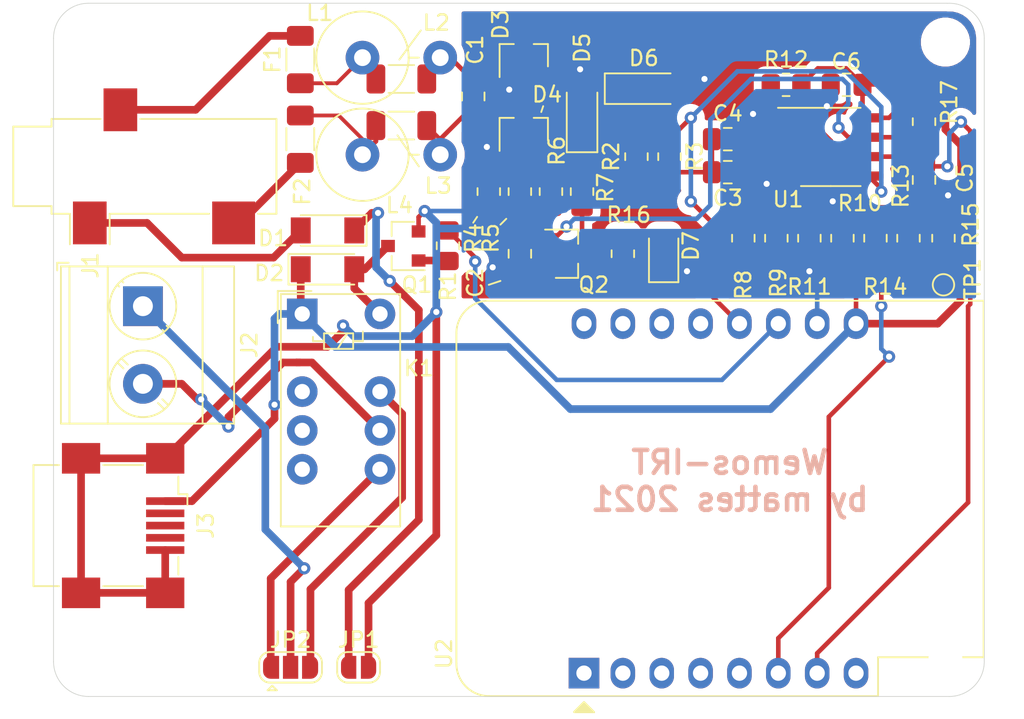
<source format=kicad_pcb>
(kicad_pcb (version 20211014) (generator pcbnew)
  (layers (0 "F.Cu" signal) (31 "B.Cu" signal) (34 "B.Paste" user) (35 "F.Paste" user) (36 "B.SilkS" user "B.Silkscreen") (37 "F.SilkS" user "F.Silkscreen") (38 "B.Mask" user) (39 "F.Mask" user) (44 "Edge.Cuts" user))
  (net 0 "")
  (net 1 "Net-(C1-Pad2)")
  (net 2 "Net-(C1-Pad1)")
  (net 3 "GND")
  (net 4 "Net-(C2-Pad1)")
  (net 5 "Net-(C3-Pad2)")
  (net 6 "Net-(C3-Pad1)")
  (net 7 "Net-(C4-Pad2)")
  (net 8 "TXIN")
  (net 9 "+5V")
  (net 10 "Net-(D1-Pad2)")
  (net 11 "Net-(D1-Pad1)")
  (net 12 "Net-(D2-Pad2)")
  (net 13 "TXINT")
  (net 14 "UREf")
  (net 15 "Net-(D7-Pad2)")
  (net 16 "Net-(F1-Pad2)")
  (net 17 "Net-(F1-Pad1)")
  (net 18 "Net-(F2-Pad2)")
  (net 19 "Net-(F2-Pad1)")
  (net 20 "Net-(J2-Pad2)")
  (net 21 "Net-(J2-Pad1)")
  (net 22 "Net-(JP2-Pad3)")
  (net 23 "Net-(JP2-Pad1)")
  (net 24 "RXOUT5V")
  (net 25 "RXOUT3V")
  (net 26 "Net-(Q1-Pad1)")
  (net 27 "Net-(Q2-Pad1)")
  (net 28 "Relay")
  (net 29 "Net-(R12-Pad1)")
  (net 30 "Net-(R16-Pad1)")
  (net 31 "Net-(U2-Pad16)")
  (net 32 "Net-(U2-Pad15)")
  (net 33 "Net-(U2-Pad14)")
  (net 34 "Net-(U2-Pad13)")
  (net 35 "+3V3")
  (net 36 "Net-(U2-Pad5)")
  (net 37 "Net-(U2-Pad4)")
  (net 38 "Net-(U2-Pad3)")
  (net 39 "Net-(U2-Pad1)")
  (net 40 "Net-(U2-Pad2)")
  (net 41 "Net-(K1-Pad5)")
  (net 42 "Net-(K1-Pad3)")
  (net 43 "Net-(K1-Pad4)")
  (net 44 "Net-(J3-Pad4)")
  (net 45 "Net-(J3-Pad3)")
  (net 46 "Net-(J3-Pad2)")
  (footprint "Capacitor_SMD:C_0805_2012Metric_Pad1.18x1.45mm_HandSolder" (layer "F.Cu") (at 93.218 86.106 -90)
    (fp_text reference "C1")
    (fp_text value "68pF 16V")
  )
  (footprint "Capacitor_SMD:C_0805_2012Metric_Pad1.18x1.45mm_HandSolder" (layer "F.Cu") (at 96.266 96.393 -90)
    (fp_text reference "C2")
    (fp_text value "16V 1.5nF")
  )
  (footprint "Capacitor_SMD:C_0805_2012Metric_Pad1.18x1.45mm_HandSolder" (layer "F.Cu") (at 109.855 91.059 180)
    (fp_text reference "C3")
    (fp_text value "10uF 16V")
  )
  (footprint "Capacitor_SMD:C_0805_2012Metric_Pad1.18x1.45mm_HandSolder" (layer "F.Cu") (at 109.855 88.9)
    (fp_text reference "C4")
    (fp_text value "10uF 16V")
  )
  (footprint "Capacitor_SMD:C_0805_2012Metric_Pad1.18x1.45mm_HandSolder" (layer "F.Cu") (at 122.682 91.567 -90)
    (fp_text reference "C5")
    (fp_text value "10n 16V")
  )
  (footprint "Capacitor_SMD:C_0805_2012Metric_Pad1.18x1.45mm_HandSolder" (layer "F.Cu") (at 117.6235 85.344 180)
    (fp_text reference "C6")
    (fp_text value "100n")
  )
  (footprint "Diode_SMD:D_MiniMELF" (layer "F.Cu") (at 83.693 94.869 180)
    (fp_text reference "D1")
    (fp_text value "1N4148")
  )
  (footprint "Package_TO_SOT_SMD:SOT-23" (layer "F.Cu") (at 96.52 83.439 90)
    (fp_text reference "D3")
    (fp_text value "BAT54S")
  )
  (footprint "Package_TO_SOT_SMD:SOT-23" (layer "F.Cu") (at 96.52 88.265 90)
    (fp_text reference "D4")
    (fp_text value "BAT54S")
  )
  (footprint "Diode_SMD:D_SOD-123" (layer "F.Cu") (at 100.33 87.503 90)
    (fp_text reference "D5")
    (fp_text value "BAT46")
  )
  (footprint "Diode_SMD:D_MiniMELF" (layer "F.Cu") (at 104.366 85.598)
    (fp_text reference "D6")
    (fp_text value "1N4148")
  )
  (footprint "LED_SMD:LED_0805_2012Metric_Pad1.15x1.40mm_HandSolder" (layer "F.Cu") (at 105.664 96.393 90)
    (fp_text reference "D7")
    (fp_text value "LED")
  )
  (footprint "Resistor_SMD:R_1206_3216Metric_Pad1.30x1.75mm_HandSolder" (layer "F.Cu") (at 81.915 83.693 90)
    (fp_text reference "F1")
    (fp_text value "MC3607")
  )
  (footprint "Resistor_SMD:R_1206_3216Metric_Pad1.30x1.75mm_HandSolder" (layer "F.Cu") (at 81.915 88.9 -90)
    (fp_text reference "F2")
    (fp_text value "MC36207")
  )
  (footprint "Connector_Audio:Jack_3.5mm_CUI_SJ-3523-SMT_Horizontal" (layer "F.Cu") (at 71.755 90.678 90)
    (fp_text reference "J1")
    (fp_text value "AudioJack3")
  )
  (footprint "TerminalBlock_Phoenix:TerminalBlock_Phoenix_MKDS-3-2-5.08_1x02_P5.08mm_Horizontal" (layer "F.Cu") (at 71.628 99.822 -90)
    (fp_text reference "J2")
    (fp_text value "Screw_Terminal_01x02")
  )
  (footprint "Jumper:SolderJumper-2_P1.3mm_Open_RoundedPad1.0x1.5mm" (layer "F.Cu") (at 85.725 123.444)
    (fp_text reference "JP1")
    (fp_text value "SolderJumper_2_Open")
  )
  (footprint "Jumper:SolderJumper-3_P1.3mm_Open_RoundedPad1.0x1.5mm" (layer "F.Cu") (at 81.28 123.444)
    (fp_text reference "JP2")
    (fp_text value "SolderJumper_3_Bridged12")
  )
  (footprint "Inductor_THT:L_Axial_L12.8mm_D5.8mm_P5.08mm_Vertical_Fastron_HBCC" (layer "F.Cu") (at 85.979 83.566)
    (fp_text reference "L1")
    (fp_text value "4.7mH")
  )
  (footprint "Inductor_SMD:L_1206_3216Metric_Pad1.22x1.90mm_HandSolder" (layer "F.Cu") (at 88.519 84.963)
    (fp_text reference "L2")
    (fp_text value "4.7uH")
  )
  (footprint "Inductor_SMD:L_1206_3216Metric_Pad1.22x1.90mm_HandSolder" (layer "F.Cu") (at 88.519 88.011)
    (fp_text reference "L3")
    (fp_text value "4,7uH")
  )
  (footprint "Inductor_THT:L_Axial_L12.8mm_D5.8mm_P5.08mm_Vertical_Fastron_HBCC" (layer "F.Cu") (at 85.979 89.916)
    (fp_text reference "L4")
    (fp_text value "4.7mH")
  )
  (footprint "Package_TO_SOT_SMD:SOT-23" (layer "F.Cu") (at 88.646 95.885 180)
    (fp_text reference "Q1")
    (fp_text value "BSS138")
  )
  (footprint "Package_TO_SOT_SMD:SOT-23" (layer "F.Cu") (at 99.314 96.393)
    (fp_text reference "Q2")
    (fp_text value "BC847")
  )
  (footprint "Resistor_SMD:R_0805_2012Metric_Pad1.20x1.40mm_HandSolder" (layer "F.Cu") (at 91.567 95.869 90)
    (fp_text reference "R1")
    (fp_text value "100")
  )
  (footprint "Resistor_SMD:R_0805_2012Metric_Pad1.20x1.40mm_HandSolder" (layer "F.Cu") (at 103.886 90.043 90)
    (fp_text reference "R2")
    (fp_text value "10k")
  )
  (footprint "Resistor_SMD:R_0805_2012Metric_Pad1.20x1.40mm_HandSolder" (layer "F.Cu") (at 106.045 90.043 -90)
    (fp_text reference "R3")
    (fp_text value "360")
  )
  (footprint "Resistor_SMD:R_0805_2012Metric_Pad1.20x1.40mm_HandSolder" (layer "F.Cu") (at 94.234 92.329 90)
    (fp_text reference "R4")
    (fp_text value "910")
  )
  (footprint "Resistor_SMD:R_0805_2012Metric_Pad1.20x1.40mm_HandSolder" (layer "F.Cu") (at 96.266 92.329 90)
    (fp_text reference "R5")
    (fp_text value "910")
  )
  (footprint "Resistor_SMD:R_0805_2012Metric_Pad1.20x1.40mm_HandSolder" (layer "F.Cu") (at 98.298 92.329 90)
    (fp_text reference "R6")
    (fp_text value "910")
  )
  (footprint "Resistor_SMD:R_0805_2012Metric_Pad1.20x1.40mm_HandSolder" (layer "F.Cu") (at 100.33 92.329 90)
    (fp_text reference "R7")
    (fp_text value "910")
  )
  (footprint "Resistor_SMD:R_0805_2012Metric_Pad1.20x1.40mm_HandSolder" (layer "F.Cu") (at 110.871 95.377 90)
    (fp_text reference "R8")
    (fp_text value "47k")
  )
  (footprint "Resistor_SMD:R_0805_2012Metric_Pad1.20x1.40mm_HandSolder" (layer "F.Cu") (at 113.03 95.377 90)
    (fp_text reference "R9")
    (fp_text value "10k")
  )
  (footprint "Resistor_SMD:R_0805_2012Metric_Pad1.20x1.40mm_HandSolder" (layer "F.Cu") (at 117.348 95.377 -90)
    (fp_text reference "R10")
    (fp_text value "1M5")
  )
  (footprint "Resistor_SMD:R_0805_2012Metric_Pad1.20x1.40mm_HandSolder" (layer "F.Cu") (at 115.189 95.377 90)
    (fp_text reference "R11")
    (fp_text value "100k")
  )
  (footprint "Resistor_SMD:R_0805_2012Metric_Pad1.20x1.40mm_HandSolder" (layer "F.Cu") (at 113.665 85.344)
    (fp_text reference "R12")
    (fp_text value "4k7")
  )
  (footprint "Resistor_SMD:R_0805_2012Metric_Pad1.20x1.40mm_HandSolder" (layer "F.Cu") (at 121.666 95.377 90)
    (fp_text reference "R13")
    (fp_text value "10k")
  )
  (footprint "Resistor_SMD:R_0805_2012Metric_Pad1.20x1.40mm_HandSolder" (layer "F.Cu") (at 119.507 95.377 -90)
    (fp_text reference "R14")
    (fp_text value "15k")
  )
  (footprint "Resistor_SMD:R_0805_2012Metric_Pad1.20x1.40mm_HandSolder" (layer "F.Cu") (at 123.952 95.377 90)
    (fp_text reference "R15")
    (fp_text value "4k7")
  )
  (footprint "Resistor_SMD:R_0805_2012Metric_Pad1.20x1.40mm_HandSolder" (layer "F.Cu") (at 122.682 87.757 90)
    (fp_text reference "R17")
    (fp_text value "4k7")
  )
  (footprint "Package_SO:SOIC-8_3.9x4.9mm_P1.27mm" (layer "F.Cu") (at 116.586 89.408)
    (fp_text reference "U1")
    (fp_text value "LM393")
  )
  (footprint "Module:WEMOS_D1_mini_light" (layer "F.Cu") (at 100.457 123.825 90)
    (fp_text reference "U2")
    (fp_text value "WeMos_D1_mini")
  )
  (footprint "Resistor_SMD:R_0805_2012Metric_Pad1.20x1.40mm_HandSolder" (layer "F.Cu") (at 102.997 96.393 90)
    (fp_text reference "R16")
    (fp_text value "330")
  )
  (footprint "TestPoint:TestPoint_Pad_D1.0mm" (layer "F.Cu") (at 123.952 98.425 -90)
    (fp_text reference "TP1")
    (fp_text value "TestPoint")
  )
  (footprint "Diode_SMD:D_MiniMELF" (layer "F.Cu") (at 83.693 97.409)
    (fp_text reference "D2")
    (fp_text value "1N4148")
  )
  (footprint "MountingHole:MountingHole_2.2mm_M2" (layer "F.Cu") (at 68.326 122.809)
    (fp_text reference "H1" hide)
    (fp_text value "MountingHole")
  )
  (footprint "MountingHole:MountingHole_2.2mm_M2" (layer "F.Cu") (at 124.079 82.55)
    (fp_text reference "H2" hide)
    (fp_text value "MountingHole")
  )
  (footprint "MountingHole:MountingHole_2.2mm_M2" (layer "F.Cu") (at 68.326 82.55)
    (fp_text reference "H3" hide)
    (fp_text value "MountingHole")
  )
  (footprint "MountingHole:MountingHole_2.2mm_M2" (layer "F.Cu") (at 124.079 122.809)
    (fp_text reference "H4" hide)
    (fp_text value "MountingHole")
  )
  (footprint "Relay_THT:Relay_DPDT_Omron_G6S-2" (layer "F.Cu") (at 82.042 100.33)
    (fp_text reference "K1")
    (fp_text value "G6S-2")
  )
  (footprint "Connector_USB:USB_Mini-B_Wuerth_65100516121_Horizontal" (layer "F.Cu") (at 70.485 114.173 -90)
    (fp_text reference "J3")
    (fp_text value "USB_B_Mini")
  )
  (gr_line (start 88.392 83.693) (end 89.789 81.788) (layer "F.SilkS") (width 0.12))
  (gr_line (start 97.79 86.741) (end 97.663 87.122) (layer "F.SilkS") (width 0.12))
  (gr_line (start 89.662 90.678) (end 88.265 88.646) (layer "F.SilkS") (width 0.12))
  (gr_line (start 94.996 94.488) (end 95.377 94.107) (layer "F.SilkS") (width 0.12))
  (gr_line (start 93.218 94.361) (end 93.472 93.98) (layer "F.SilkS") (width 0.12))
  (gr_line (start 94.234 98.425) (end 94.996 98.171) (layer "F.SilkS") (width 0.12))
  (gr_line (start 124.333 125.349) (end 68.072 125.349) (layer "Edge.Cuts") (width 0.05))
  (gr_line (start 65.786 82.296) (end 65.786 123.063) (layer "Edge.Cuts") (width 0.05))
  (gr_arc (start 68.072 125.349) (mid 66.455554 124.679446) (end 65.786 123.063) (layer "Edge.Cuts") (width 0.05))
  (gr_arc (start 65.786 82.296) (mid 66.455554 80.679554) (end 68.072 80.01) (layer "Edge.Cuts") (width 0.05))
  (gr_arc (start 124.206196 80.01352) (mid 125.903974 80.635327) (end 126.619 82.296) (layer "Edge.Cuts") (width 0.05))
  (gr_arc (start 126.619 123.063) (mid 125.949446 124.679446) (end 124.333 125.349) (layer "Edge.Cuts") (width 0.05))
  (gr_line (start 126.619 82.296) (end 126.619 123.063) (layer "Edge.Cuts") (width 0.05))
  (gr_line (start 68.072 80.01) (end 124.206 80.01) (layer "Edge.Cuts") (width 0.05))
  (gr_text "Wemos-IRT\nby mattes 2021" (at 109.982 111.252) (layer "B.SilkS") (effects (font (size 1.5 1.5) (thickness 0.3)) (justify mirror)))
  (segment (start 93.218 87.1435) (end 96.3985 87.1435) (width 0.3) (layer "F.Cu") (net 1))
  (segment (start 90.1815 88.0225) (end 91.059 88.9) (width 0.25) (layer "F.Cu") (net 1))
  (segment (start 93.218 87.1435) (end 92.8155 87.1435) (width 0.3) (layer "F.Cu") (net 1))
  (segment (start 92.8155 87.1435) (end 91.059 88.9) (width 0.3) (layer "F.Cu") (net 1))
  (segment (start 96.3985 87.1435) (end 96.52 87.265) (width 0.3) (layer "F.Cu") (net 1))
  (segment (start 90.1815 87.376) (end 90.1815 88.0225) (width 0.25) (layer "F.Cu") (net 1))
  (segment (start 90.1815 84.963) (end 90.1815 84.4435) (width 0.25) (layer "F.Cu") (net 2))
  (segment (start 95.8475 82.439) (end 93.218 85.0685) (width 0.3) (layer "F.Cu") (net 2))
  (segment (start 91.059 83.566) (end 91.7155 83.566) (width 0.3) (layer "F.Cu") (net 2))
  (segment (start 90.1815 84.4435) (end 91.059 83.566) (width 0.25) (layer "F.Cu") (net 2))
  (segment (start 96.52 82.439) (end 95.8475 82.439) (width 0.3) (layer "F.Cu") (net 2))
  (segment (start 91.7155 83.566) (end 93.218 85.0685) (width 0.3) (layer "F.Cu") (net 2))
  (segment (start 124.222016 92.6045) (end 124.252 92.574516) (width 0.3) (layer "F.Cu") (net 3))
  (segment (start 111.252 87.249) (end 111.506 87.249) (width 0.3) (layer "F.Cu") (net 3))
  (segment (start 90.805 114.808) (end 90.805 100.203) (width 0.5) (layer "F.Cu") (net 3))
  (segment (start 96.266 97.4305) (end 94.6365 97.4305) (width 0.3) (layer "F.Cu") (net 3))
  (segment (start 67.585 118.573) (end 73.085 118.573) (width 0.5) (layer "F.Cu") (net 3))
  (segment (start 100.203 85.726) (end 100.33 85.853) (width 0.3) (layer "F.Cu") (net 3))
  (segment (start 98.2265 97.4305) (end 98.314 97.343) (width 0.3) (layer "F.Cu") (net 3))
  (segment (start 105.664 97.418) (end 107.07 97.418) (width 0.3) (layer "F.Cu") (net 3))
  (segment (start 100.585 85.598) (end 100.33 85.853) (width 0.3) (layer "F.Cu") (net 3))
  (segment (start 94.6365 97.4305) (end 94.488 97.282) (width 0.3) (layer "F.Cu") (net 3))
  (segment (start 84.709 101.462967) (end 84.709 101.092) (width 0.5) (layer "F.Cu") (net 3))
  (segment (start 116.332 85.598) (end 116.586 85.344) (width 0.3) (layer "F.Cu") (net 3))
  (segment (start 86.375 123.444) (end 86.375 119.238) (width 0.5) (layer "F.Cu") (net 3))
  (segment (start 89.646 94.935) (end 89.646 93.996) (width 0.3) (layer "F.Cu") (net 3))
  (segment (start 113.03 91.313) (end 112.522 91.821) (width 0.3) (layer "F.Cu") (net 3))
  (segment (start 107.07 97.418) (end 107.188 97.536) (width 0.3) (layer "F.Cu") (net 3))
  (segment (start 96.266 97.4305) (end 98.2265 97.4305) (width 0.3) (layer "F.Cu") (net 3))
  (segment (start 73.085 115.773) (end 73.085 118.573) (width 0.5) (layer "F.Cu") (net 3))
  (segment (start 94.25 89.265) (end 94.107 89.408) (width 0.3) (layer "F.Cu") (net 3))
  (segment (start 117.583546 92.964) (end 116.713 92.964) (width 0.3) (layer "F.Cu") (net 3))
  (segment (start 67.585 109.773) (end 67.585 118.573) (width 0.5) (layer "F.Cu") (net 3))
  (segment (start 95.57 89.265) (end 94.25 89.265) (width 0.3) (layer "F.Cu") (net 3))
  (segment (start 83.691955 102.480012) (end 84.709 101.462967) (width 0.5) (layer "F.Cu") (net 3))
  (segment (start 116.332 86.741) (end 116.332 85.598) (width 0.3) (layer "F.Cu") (net 3))
  (segment (start 118.996546 94.377) (end 117.583546 92.964) (width 0.3) (layer "F.Cu") (net 3))
  (segment (start 108.331 84.963) (end 108.966 84.963) (width 0.3) (layer "F.Cu") (net 3))
  (segment (start 102.616 85.598) (end 100.585 85.598) (width 0.3) (layer "F.Cu") (net 3))
  (segment (start 114.111 91.313) (end 113.03 91.313) (width 0.3) (layer "F.Cu") (net 3))
  (segment (start 80.377988 102.480012) (end 83.691955 102.480012) (width 0.5) (layer "F.Cu") (net 3))
  (segment (start 119.507 94.377) (end 118.996546 94.377) (width 0.3) (layer "F.Cu") (net 3))
  (segment (start 73.085 109.773) (end 80.377988 102.480012) (width 0.5) (layer "F.Cu") (net 3))
  (segment (start 86.375 119.238) (end 90.805 114.808) (width 0.5) (layer "F.Cu") (net 3))
  (segment (start 122.682 92.6045) (end 124.222016 92.6045) (width 0.3) (layer "F.Cu") (net 3))
  (segment (start 108.966 84.963) (end 111.252 87.249) (width 0.3) (layer "F.Cu") (net 3))
  (segment (start 67.585 109.773) (end 73.085 109.773) (width 0.5) (layer "F.Cu") (net 3))
  (segment (start 95.57 84.439) (end 95.57 85.659) (width 0.3) (layer "F.Cu") (net 3))
  (segment (start 100.203 84.328) (end 100.203 85.726) (width 0.3) (layer "F.Cu") (net 3))
  (segment (start 115.189 96.377) (end 115.189 97.536) (width 0.3) (layer "F.Cu") (net 3))
  (segment (start 112.522 91.821) (end 112.395 91.821) (width 0.3) (layer "F.Cu") (net 3))
  (segment (start 89.646 93.996) (end 90.043 93.599) (width 0.3) (layer "F.Cu") (net 3))
  (via (at 111.506 87.249) (size 0.8) (drill 0.4) (layers "F.Cu" "B.Cu") (net 3))
  (via (at 124.252 92.574516) (size 0.8) (drill 0.4) (layers "F.Cu" "B.Cu") (net 3))
  (via (at 116.332 86.741) (size 0.8) (drill 0.4) (layers "F.Cu" "B.Cu") (net 3))
  (via (at 90.043 93.599) (size 0.8) (drill 0.4) (layers "F.Cu" "B.Cu") (net 3))
  (via (at 112.395 91.821) (size 0.8) (drill 0.4) (layers "F.Cu" "B.Cu") (net 3))
  (via (at 90.805 100.203) (size 0.8) (drill 0.4) (layers "F.Cu" "B.Cu") (net 3))
  (via (at 100.203 84.328) (size 0.8) (drill 0.4) (layers "F.Cu" "B.Cu") (net 3))
  (via (at 107.188 97.536) (size 0.8) (drill 0.4) (layers "F.Cu" "B.Cu") (net 3))
  (via (at 116.713 92.964) (size 0.8) (drill 0.4) (layers "F.Cu" "B.Cu") (net 3))
  (via (at 115.189 97.536) (size 0.8) (drill 0.4) (layers "F.Cu" "B.Cu") (net 3))
  (via (at 94.107 89.408) (size 0.8) (drill 0.4) (layers "F.Cu" "B.Cu") (net 3))
  (via (at 95.57 85.659) (size 0.8) (drill 0.4) (layers "F.Cu" "B.Cu") (net 3))
  (via (at 108.331 84.963) (size 0.8) (drill 0.4) (layers "F.Cu" "B.Cu") (net 3))
  (via (at 94.488 97.282) (size 0.8) (drill 0.4) (layers "F.Cu" "B.Cu") (net 3))
  (via (at 84.709 101.092) (size 0.8) (drill 0.4) (layers "F.Cu" "B.Cu") (net 3))
  (segment (start 90.805 100.203) (end 90.805 94.742) (width 0.5) (layer "B.Cu") (net 3))
  (segment (start 94.488 93.726) (end 94.488 89.789) (width 0.3) (layer "B.Cu") (net 3))
  (segment (start 113.03 86.741) (end 116.332 86.741) (width 0.3) (layer "B.Cu") (net 3))
  (segment (start 89.227999 101.780001) (end 90.805 100.203) (width 0.5) (layer "B.Cu") (net 3))
  (segment (start 93.472 94.742) (end 94.488 93.726) (width 0.5) (layer "B.Cu") (net 3))
  (segment (start 124.3115 92.634016) (end 124.252 92.574516) (width 0.3) (layer "B.Cu") (net 3))
  (segment (start 84.709 101.092) (end 85.397001 101.780001) (width 0.5) (layer "B.Cu") (net 3))
  (segment (start 94.234 93.599) (end 94.488 93.853) (width 0.3) (layer "B.Cu") (net 3))
  (segment (start 94.107 89.408) (end 95.57 87.945) (width 0.3) (layer "B.Cu") (net 3))
  (segment (start 94.488 93.853) (end 94.488 93.726) (width 0.3) (layer "B.Cu") (net 3))
  (segment (start 94.488 97.282) (end 94.488 93.853) (width 0.3) (layer "B.Cu") (net 3))
  (segment (start 90.043 93.599) (end 94.234 93.599) (width 0.3) (layer "B.Cu") (net 3))
  (segment (start 98.872 85.659) (end 100.203 84.328) (width 0.3) (layer "B.Cu") (net 3))
  (segment (start 112.395 92.329) (end 112.395 91.821) (width 0.3) (layer "B.Cu") (net 3))
  (segment (start 90.805 94.361) (end 90.043 93.599) (width 0.5) (layer "B.Cu") (net 3))
  (segment (start 115.697 100.965) (end 115.697 98.044) (width 0.3) (layer "B.Cu") (net 3))
  (segment (start 90.805 94.742) (end 93.472 94.742) (width 0.5) (layer "B.Cu") (net 3))
  (segment (start 112.395 87.376) (end 113.03 86.741) (width 0.3) (layer "B.Cu") (net 3))
  (segment (start 94.488 97.282) (end 106.934 97.282) (width 0.3) (layer "B.Cu") (net 3))
  (segment (start 95.57 85.659) (end 98.872 85.659) (width 0.3) (layer "B.Cu") (net 3))
  (segment (start 112.395 91.821) (end 112.395 87.376) (width 0.3) (layer "B.Cu") (net 3))
  (segment (start 115.189 94.615) (end 112.395 91.821) (width 0.3) (layer "B.Cu") (net 3))
  (segment (start 124.3115 99.0815) (end 124.3115 96.2445) (width 0.3) (layer "B.Cu") (net 3))
  (segment (start 85.397001 101.780001) (end 89.227999 101.780001) (width 0.5) (layer "B.Cu") (net 3))
  (segment (start 95.57 87.945) (end 95.57 85.659) (width 0.3) (layer "B.Cu") (net 3))
  (segment (start 115.189 97.536) (end 123.02 97.536) (width 0.3) (layer "B.Cu") (net 3))
  (segment (start 106.934 97.282) (end 107.188 97.536) (width 0.3) (layer "B.Cu") (net 3))
  (segment (start 115.189 97.536) (end 115.189 94.615) (width 0.3) (layer "B.Cu") (net 3))
  (segment (start 107.188 97.536) (end 112.395 92.329) (width 0.3) (layer "B.Cu") (net 3))
  (segment (start 94.488 89.789) (end 94.107 89.408) (width 0.3) (layer "B.Cu") (net 3))
  (segment (start 124.3115 96.2445) (end 124.3115 92.634016) (width 0.3) (layer "B.Cu") (net 3))
  (segment (start 90.805 94.742) (end 90.805 94.361) (width 0.5) (layer "B.Cu") (net 3))
  (segment (start 123.02 97.536) (end 124.3115 96.2445) (width 0.3) (layer "B.Cu") (net 3))
  (segment (start 115.697 98.044) (end 115.189 97.536) (width 0.3) (layer "B.Cu") (net 3))
  (segment (start 100.33 96.377) (end 100.314 96.393) (width 0.3) (layer "F.Cu") (net 4))
  (segment (start 94.234 93.329) (end 100.33 93.329) (width 0.3) (layer "F.Cu") (net 4))
  (segment (start 100.33 93.329) (end 100.33 96.377) (width 0.3) (layer "F.Cu") (net 4))
  (segment (start 96.266 93.329) (end 96.266 95.3555) (width 0.3) (layer "F.Cu") (net 4))
  (segment (start 103.886 91.043) (end 106.045 91.043) (width 0.3) (layer "F.Cu") (net 5))
  (segment (start 106.061 91.059) (end 106.045 91.043) (width 0.3) (layer "F.Cu") (net 5))
  (segment (start 108.8175 91.059) (end 106.061 91.059) (width 0.3) (layer "F.Cu") (net 5))
  (segment (start 108.8175 91.059) (end 108.8175 88.9) (width 0.3) (layer "F.Cu") (net 5))
  (segment (start 111.9085 90.043) (end 114.111 90.043) (width 0.3) (layer "F.Cu") (net 6))
  (segment (start 110.8925 91.059) (end 110.8925 94.3555) (width 0.3) (layer "F.Cu") (net 6))
  (segment (start 110.8925 91.059) (end 111.9085 90.043) (width 0.3) (layer "F.Cu") (net 6))
  (segment (start 110.8925 94.3555) (end 110.871 94.377) (width 0.3) (layer "F.Cu") (net 6))
  (segment (start 113.984 88.9) (end 114.111 88.773) (width 0.3) (layer "F.Cu") (net 7))
  (segment (start 113.03 94.377) (end 113.73 94.377) (width 0.3) (layer "F.Cu") (net 7))
  (segment (start 115.2295 92.8775) (end 116.078 92.029) (width 0.3) (layer "F.Cu") (net 7))
  (segment (start 117.348 94.377) (end 115.189 94.377) (width 0.3) (layer "F.Cu") (net 7))
  (segment (start 115.2295 94.3365) (end 115.189 94.377) (width 0.3) (layer "F.Cu") (net 7))
  (segment (start 116.078 89.281) (end 115.57 88.773) (width 0.3) (layer "F.Cu") (net 7))
  (segment (start 116.078 92.029) (end 116.078 89.281) (width 0.3) (layer "F.Cu") (net 7))
  (segment (start 115.2295 92.8775) (end 115.2295 94.3365) (width 0.3) (layer "F.Cu") (net 7))
  (segment (start 115.57 88.773) (end 114.111 88.773) (width 0.3) (layer "F.Cu") (net 7))
  (segment (start 113.03 94.377) (end 115.189 94.377) (width 0.3) (layer "F.Cu") (net 7))
  (segment (start 110.8925 88.9) (end 113.984 88.9) (width 0.3) (layer "F.Cu") (net 7))
  (segment (start 115.697 122.525) (end 125.561512 112.660488) (width 0.3) (layer "F.Cu") (net 8))
  (segment (start 122.8305 90.678) (end 122.682 90.5295) (width 0.3) (layer "F.Cu") (net 8))
  (segment (start 122.682 90.5295) (end 121.5175 90.5295) (width 0.3) (layer "F.Cu") (net 8))
  (segment (start 125.561512 112.660488) (end 125.561512 99.823031) (width 0.3) (layer "F.Cu") (net 8))
  (segment (start 121.5175 90.5295) (end 121.031 90.043) (width 0.3) (layer "F.Cu") (net 8))
  (segment (start 125.561512 99.823031) (end 125.702021 99.682522) (width 0.3) (layer "F.Cu") (net 8))
  (segment (start 121.031 90.043) (end 119.061 90.043) (width 0.3) (layer "F.Cu") (net 8))
  (segment (start 124.206 90.678) (end 122.8305 90.678) (width 0.3) (layer "F.Cu") (net 8))
  (segment (start 125.702021 99.682522) (end 125.702021 88.364021) (width 0.3) (layer "F.Cu") (net 8))
  (segment (start 115.697 123.825) (end 115.697 122.525) (width 0.3) (layer "F.Cu") (net 8))
  (segment (start 125.702021 88.364021) (end 125.095 87.757) (width 0.3) (layer "F.Cu") (net 8))
  (via (at 124.206 90.678) (size 0.8) (drill 0.4) (layers "F.Cu" "B.Cu") (net 8))
  (via (at 125.095 87.757) (size 0.8) (drill 0.4) (layers "F.Cu" "B.Cu") (net 8))
  (segment (start 124.333 88.519) (end 124.333 90.551) (width 0.3) (layer "B.Cu") (net 8))
  (segment (start 124.333 90.551) (end 124.206 90.678) (width 0.3) (layer "B.Cu") (net 8))
  (segment (start 125.095 87.757) (end 124.333 88.519) (width 0.3) (layer "B.Cu") (net 8))
  (segment (start 117.58599 84.26899) (end 118.661 85.344) (width 0.3) (layer "F.Cu") (net 9))
  (segment (start 73.085 112.573) (end 74.835 112.573) (width 0.5) (layer "F.Cu") (net 9))
  (segment (start 74.835 112.573) (end 80.230048 107.177952) (width 0.5) (layer "F.Cu") (net 9))
  (segment (start 118.788 85.217) (end 118.661 85.344) (width 0.5) (layer "F.Cu") (net 9))
  (segment (start 81.943 97.409) (end 81.943 100.231) (width 0.5) (layer "F.Cu") (net 9))
  (segment (start 81.943 100.231) (end 82.042 100.33) (width 0.5) (layer "F.Cu") (net 9))
  (segment (start 125.061501 97.184465) (end 125.10201 97.143956) (width 0.5) (layer "F.Cu") (net 9))
  (segment (start 118.661 85.344) (end 118.661 87.103) (width 0.3) (layer "F.Cu") (net 9))
  (segment (start 123.444 85.217) (end 118.788 85.217) (width 0.5) (layer "F.Cu") (net 9))
  (segment (start 125.061501 99.474499) (end 125.061501 97.184465) (width 0.5) (layer "F.Cu") (net 9))
  (segment (start 123.444 85.217) (end 124.079 85.852) (width 0.5) (layer "F.Cu") (net 9))
  (segment (start 125.061501 89.136501) (end 125.061501 89.247501) (width 0.3) (layer "F.Cu") (net 9))
  (segment (start 120.396 87.503) (end 121.142 86.757) (width 0.3) (layer "F.Cu") (net 9))
  (segment (start 125.10201 97.143956) (end 125.10201 89.28801) (width 0.5) (layer "F.Cu") (net 9))
  (segment (start 124.079 88.265) (end 125.061501 89.247501) (width 0.5) (layer "F.Cu") (net 9))
  (segment (start 118.237 97.266) (end 117.348 96.377) (width 0.3) (layer "F.Cu") (net 9))
  (segment (start 118.237 100.965) (end 123.571 100.965) (width 0.5) (layer "F.Cu") (net 9))
  (segment (start 122.682 86.757) (end 121.142 86.757) (width 0.3) (layer "F.Cu") (net 9))
  (segment (start 125.10201 89.28801) (end 125.061501 89.247501) (width 0.5) (layer "F.Cu") (net 9))
  (segment (start 118.237 100.965) (end 118.237 97.266) (width 0.3) (layer "F.Cu") (net 9))
  (segment (start 119.061 87.503) (end 120.396 87.503) (width 0.3) (layer "F.Cu") (net 9))
  (segment (start 80.230048 107.177952) (end 80.230048 106.265048) (width 0.5) (layer "F.Cu") (net 9))
  (segment (start 124.079 85.852) (end 124.079 88.265) (width 0.5) (layer "F.Cu") (net 9))
  (segment (start 118.661 87.103) (end 119.061 87.503) (width 0.3) (layer "F.Cu") (net 9))
  (segment (start 114.665 85.344) (end 115.74001 84.26899) (width 0.3) (layer "F.Cu") (net 9))
  (segment (start 123.571 100.965) (end 125.061501 99.474499) (width 0.5) (layer "F.Cu") (net 9))
  (segment (start 115.74001 84.26899) (end 117.58599 84.26899) (width 0.3) (layer "F.Cu") (net 9))
  (via (at 80.230048 106.265048) (size 0.8) (drill 0.4) (layers "F.Cu" "B.Cu") (net 9))
  (segment (start 112.649 106.553) (end 113.538 105.664) (width 0.5) (layer "B.Cu") (net 9))
  (segment (start 80.542 100.33) (end 80.230048 100.641952) (width 0.5) (layer "B.Cu") (net 9))
  (segment (start 80.230048 100.641952) (end 80.230048 106.265048) (width 0.5) (layer "B.Cu") (net 9))
  (segment (start 95.504 102.489) (end 99.568 106.553) (width 0.5) (layer "B.Cu") (net 9))
  (segment (start 84.201 102.489) (end 95.504 102.489) (width 0.5) (layer "B.Cu") (net 9))
  (segment (start 82.042 100.33) (end 80.542 100.33) (width 0.5) (layer "B.Cu") (net 9))
  (segment (start 82.042 100.33) (end 84.201 102.489) (width 0.5) (layer "B.Cu") (net 9))
  (segment (start 99.568 106.553) (end 112.649 106.553) (width 0.5) (layer "B.Cu") (net 9))
  (segment (start 113.538 105.664) (end 118.237 100.965) (width 0.5) (layer "B.Cu") (net 9))
  (segment (start 71.899 94.378) (end 74.168 96.647) (width 0.5) (layer "F.Cu") (net 10))
  (segment (start 68.155 94.378) (end 71.899 94.378) (width 0.5) (layer "F.Cu") (net 10))
  (segment (start 74.168 96.647) (end 80.165 96.647) (width 0.5) (layer "F.Cu") (net 10))
  (segment (start 80.165 96.647) (end 81.943 94.869) (width 0.5) (layer "F.Cu") (net 10))
  (segment (start 85.075 123.444) (end 85.075 118.379) (width 0.5) (layer "F.Cu") (net 11))
  (segment (start 86.586 93.726) (end 85.443 94.869) (width 0.5) (layer "F.Cu") (net 11))
  (segment (start 86.995 93.726) (end 86.586 93.726) (width 0.5) (layer "F.Cu") (net 11))
  (segment (start 85.075 118.379) (end 89.662 113.792) (width 0.5) (layer "F.Cu") (net 11))
  (segment (start 89.662 113.792) (end 89.662 100.076) (width 0.5) (layer "F.Cu") (net 11))
  (segment (start 89.662 100.076) (end 87.757 98.171) (width 0.5) (layer "F.Cu") (net 11))
  (via (at 86.995 93.726) (size 0.8) (drill 0.4) (layers "F.Cu" "B.Cu") (net 11))
  (via (at 87.757 98.171) (size 0.8) (drill 0.4) (layers "F.Cu" "B.Cu") (net 11))
  (segment (start 87.757 98.171) (end 86.868 97.282) (width 0.5) (layer "B.Cu") (net 11))
  (segment (start 86.868 97.282) (end 86.868 93.853) (width 0.5) (layer "B.Cu") (net 11))
  (segment (start 86.868 93.853) (end 86.995 93.726) (width 0.5) (layer "B.Cu") (net 11))
  (segment (start 85.443 97.409) (end 85.443 98.651) (width 0.5) (layer "F.Cu") (net 12))
  (segment (start 85.443 98.651) (end 87.122 100.33) (width 0.5) (layer "F.Cu") (net 12))
  (segment (start 86.122 97.409) (end 87.646 95.885) (width 0.5) (layer "F.Cu") (net 12))
  (segment (start 85.443 97.409) (end 86.122 97.409) (width 0.5) (layer "F.Cu") (net 12))
  (segment (start 97.47 84.439) (end 97.47 89.265) (width 0.3) (layer "F.Cu") (net 13))
  (segment (start 100.33 89.153) (end 103.776 89.153) (width 0.3) (layer "F.Cu") (net 13))
  (segment (start 96.266 91.329) (end 98.298 91.329) (width 0.3) (layer "F.Cu") (net 13))
  (segment (start 94.234 91.329) (end 96.266 91.329) (width 0.3) (layer "F.Cu") (net 13))
  (segment (start 103.776 89.153) (end 103.886 89.043) (width 0.3) (layer "F.Cu") (net 13))
  (segment (start 98.298 91.329) (end 100.33 91.329) (width 0.3) (layer "F.Cu") (net 13))
  (segment (start 100.33 89.153) (end 100.33 91.329) (width 0.3) (layer "F.Cu") (net 13))
  (segment (start 97.47 89.265) (end 97.47 90.501) (width 0.3) (layer "F.Cu") (net 13))
  (segment (start 97.47 90.501) (end 98.298 91.329) (width 0.3) (layer "F.Cu") (net 13))
  (segment (start 106.116 85.598) (end 106.116 88.972) (width 0.3) (layer "F.Cu") (net 14))
  (segment (start 106.116 88.972) (end 106.045 89.043) (width 0.3) (layer "F.Cu") (net 14))
  (segment (start 119.888 92.329) (end 119.888 92.14) (width 0.3) (layer "F.Cu") (net 14))
  (segment (start 106.045 89.043) (end 106.045 88.9) (width 0.3) (layer "F.Cu") (net 14))
  (segment (start 119.888 92.14) (end 119.061 91.313) (width 0.3) (layer "F.Cu") (net 14))
  (segment (start 110.871 96.377) (end 113.03 96.377) (width 0.3) (layer "F.Cu") (net 14))
  (segment (start 106.045 88.9) (end 107.442 87.503) (width 0.3) (layer "F.Cu") (net 14))
  (segment (start 110.871 96.377) (end 110.855 96.377) (width 0.3) (layer "F.Cu") (net 14))
  (segment (start 110.855 96.377) (end 107.442 92.964) (width 0.3) (layer "F.Cu") (net 14))
  (via (at 107.442 92.964) (size 0.8) (drill 0.4) (layers "F.Cu" "B.Cu") (net 14))
  (via (at 119.888 92.329) (size 0.8) (drill 0.4) (layers "F.Cu" "B.Cu") (net 14))
  (via (at 107.442 87.503) (size 0.8) (drill 0.4) (layers "F.Cu" "B.Cu") (net 14))
  (segment (start 119.888 86.795878) (end 119.888 91.763315) (width 0.3) (layer "B.Cu") (net 14))
  (segment (start 117.555112 84.46299) (end 119.888 86.795878) (width 0.3) (layer "B.Cu") (net 14))
  (segment (start 119.888 91.763315) (end 119.888 92.329) (width 0.3) (layer "B.Cu") (net 14))
  (segment (start 110.482011 84.462989) (end 117.555112 84.46299) (width 0.3) (layer "B.Cu") (net 14))
  (segment (start 107.442 87.503) (end 110.482011 84.462989) (width 0.3) (layer "B.Cu") (net 14))
  (segment (start 107.442 92.964) (end 107.442 87.503) (width 0.3) (layer "B.Cu") (net 14))
  (segment (start 105.639 95.393) (end 105.664 95.368) (width 0.3) (layer "F.Cu") (net 15))
  (segment (start 102.997 95.393) (end 105.639 95.393) (width 0.3) (layer "F.Cu") (net 15))
  (segment (start 75.074 86.978) (end 79.909 82.143) (width 0.5) (layer "F.Cu") (net 16))
  (segment (start 70.155 86.978) (end 75.074 86.978) (width 0.5) (layer "F.Cu") (net 16))
  (segment (start 79.909 82.143) (end 81.915 82.143) (width 0.5) (layer "F.Cu") (net 16))
  (segment (start 85.979 84.0855) (end 86.8565 84.963) (width 0.25) (layer "F.Cu") (net 17))
  (segment (start 84.302 85.243) (end 85.979 83.566) (width 0.25) (layer "F.Cu") (net 17))
  (segment (start 85.979 83.566) (end 85.979 84.0855) (width 0.25) (layer "F.Cu") (net 17))
  (segment (start 81.915 85.243) (end 84.302 85.243) (width 0.25) (layer "F.Cu") (net 17))
  (segment (start 77.555 94.378) (end 77.987 94.378) (width 0.5) (layer "F.Cu") (net 18))
  (segment (start 77.987 94.378) (end 81.915 90.45) (width 0.5) (layer "F.Cu") (net 18))
  (segment (start 81.915 87.35) (end 84.429 87.35) (width 0.25) (layer "F.Cu") (net 19))
  (segment (start 86.8565 89.0385) (end 85.979 89.916) (width 0.3) (layer "F.Cu") (net 19))
  (segment (start 86.8565 88.011) (end 86.8565 89.0385) (width 0.3) (layer "F.Cu") (net 19))
  (segment (start 84.429 87.35) (end 85.979 88.9) (width 0.25) (layer "F.Cu") (net 19))
  (segment (start 75.184 105.918) (end 75.438 105.918) (width 0.5) (layer "F.Cu") (net 20))
  (segment (start 81.661 103.505) (end 80.772 103.505) (width 0.5) (layer "F.Cu") (net 20))
  (segment (start 87.122 107.95) (end 82.677 103.505) (width 0.5) (layer "F.Cu") (net 20))
  (segment (start 71.628 104.902) (end 74.168 104.902) (width 0.5) (layer "F.Cu") (net 20))
  (segment (start 77.216 107.696) (end 77.216 107.061) (width 0.5) (layer "F.Cu") (net 20))
  (segment (start 74.168 104.902) (end 75.184 105.918) (width 0.5) (layer "F.Cu") (net 20))
  (segment (start 82.677 103.505) (end 81.661 103.505) (width 0.5) (layer "F.Cu") (net 20))
  (segment (start 77.216 107.061) (end 80.772 103.505) (width 0.5) (layer "F.Cu") (net 20))
  (segment (start 81.915 103.505) (end 81.661 103.505) (width 0.5) (layer "F.Cu") (net 20))
  (via (at 75.438 105.918) (size 0.8) (drill 0.4) (layers "F.Cu" "B.Cu") (net 20))
  (via (at 77.216 107.696) (size 0.8) (drill 0.4) (layers "F.Cu" "B.Cu") (net 20))
  (segment (start 75.438 105.918) (end 77.216 107.696) (width 0.5) (layer "B.Cu") (net 20))
  (segment (start 81.28 123.444) (end 81.28 117.856) (width 0.5) (layer "F.Cu") (net 21))
  (segment (start 81.28 117.856) (end 82.169 116.967) (width 0.5) (layer "F.Cu") (net 21))
  (via (at 82.169 116.967) (size 0.8) (drill 0.4) (layers "F.Cu" "B.Cu") (net 21))
  (segment (start 82.169 116.967) (end 79.629 114.427) (width 0.5) (layer "B.Cu") (net 21))
  (segment (start 79.629 107.823) (end 71.628 99.822) (width 0.5) (layer "B.Cu") (net 21))
  (segment (start 79.629 114.427) (end 79.629 107.823) (width 0.5) (layer "B.Cu") (net 21))
  (segment (start 82.58 123.444) (end 82.58 118.334) (width 0.5) (layer "F.Cu") (net 22))
  (segment (start 88.572001 112.341999) (end 88.572001 106.860001) (width 0.5) (layer "F.Cu") (net 22))
  (segment (start 88.572001 106.860001) (end 87.122 105.41) (width 0.5) (layer "F.Cu") (net 22))
  (segment (start 82.58 118.334) (end 88.572001 112.341999) (width 0.5) (layer "F.Cu") (net 22))
  (segment (start 79.98 117.632) (end 87.122 110.49) (width 0.5) (layer "F.Cu") (net 23))
  (segment (start 79.98 123.444) (end 79.98 117.632) (width 0.5) (layer "F.Cu") (net 23))
  (segment (start 123.952 96.504) (end 123.952 98.425) (width 0.3) (layer "F.Cu") (net 24))
  (segment (start 113.157 121.539) (end 116.459 118.237) (width 0.3) (layer "F.Cu") (net 25))
  (segment (start 116.459 118.237) (end 116.459 107.061) (width 0.3) (layer "F.Cu") (net 25))
  (segment (start 119.888 99.822) (end 119.888 98.155) (width 0.3) (layer "F.Cu") (net 25))
  (segment (start 116.459 107.061) (end 120.396 103.124) (width 0.3) (layer "F.Cu") (net 25))
  (segment (start 113.157 123.825) (end 113.157 121.539) (width 0.3) (layer "F.Cu") (net 25))
  (segment (start 119.888 98.155) (end 121.666 96.377) (width 0.3) (layer "F.Cu") (net 25))
  (segment (start 119.507 96.377) (end 121.666 96.377) (width 0.3) (layer "F.Cu") (net 25))
  (via (at 119.888 99.822) (size 0.8) (drill 0.4) (layers "F.Cu" "B.Cu") (net 25))
  (via (at 120.396 103.124) (size 0.8) (drill 0.4) (layers "F.Cu" "B.Cu") (net 25))
  (segment (start 120.396 103.124) (end 119.888 102.616) (width 0.3) (layer "B.Cu") (net 25))
  (segment (start 119.888 102.616) (end 119.888 99.822) (width 0.3) (layer "B.Cu") (net 25))
  (segment (start 89.646 96.835) (end 91.533 96.835) (width 0.5) (layer "F.Cu") (net 26))
  (segment (start 91.533 96.835) (end 91.567 96.869) (width 0.5) (layer "F.Cu") (net 26))
  (segment (start 98.486 95.443) (end 99.314 94.615) (width 0.3) (layer "F.Cu") (net 27))
  (segment (start 122.666 88.773) (end 122.682 88.757) (width 0.3) (layer "F.Cu") (net 27))
  (segment (start 119.061 88.773) (end 117.729 88.773) (width 0.3) (layer "F.Cu") (net 27))
  (segment (start 98.314 95.443) (end 98.486 95.443) (width 0.3) (layer "F.Cu") (net 27))
  (segment (start 119.061 88.773) (end 122.666 88.773) (width 0.3) (layer "F.Cu") (net 27))
  (segment (start 117.729 88.773) (end 117.094 88.138) (width 0.3) (layer "F.Cu") (net 27))
  (via (at 99.314 94.615) (size 0.8) (drill 0.4) (layers "F.Cu" "B.Cu") (net 27))
  (via (at 117.094 88.138) (size 0.8) (drill 0.4) (layers "F.Cu" "B.Cu") (net 27))
  (segment (start 108.712 87.63) (end 111.379 84.963) (width 0.3) (layer "B.Cu") (net 27))
  (segment (start 99.822 94.107) (end 107.823 94.107) (width 0.3) (layer "B.Cu") (net 27))
  (segment (start 117.094 87.249) (end 117.094 88.138) (width 0.3) (layer "B.Cu") (net 27))
  (segment (start 117.729 85.344) (end 117.729 86.614) (width 0.3) (layer "B.Cu") (net 27))
  (segment (start 111.379 84.963) (end 117.348 84.963) (width 0.3) (layer "B.Cu") (net 27))
  (segment (start 117.729 86.614) (end 117.094 87.249) (width 0.3) (layer "B.Cu") (net 27))
  (segment (start 107.823 94.107) (end 108.712 93.218) (width 0.3) (layer "B.Cu") (net 27))
  (segment (start 99.314 94.615) (end 99.822 94.107) (width 0.3) (layer "B.Cu") (net 27))
  (segment (start 108.712 93.218) (end 108.712 87.63) (width 0.3) (layer "B.Cu") (net 27))
  (segment (start 117.348 84.963) (end 117.729 85.344) (width 0.3) (layer "B.Cu") (net 27))
  (segment (start 93.345 96.647) (end 91.567 94.869) (width 0.3) (layer "F.Cu") (net 28))
  (segment (start 93.345 96.901) (end 93.345 96.647) (width 0.3) (layer "F.Cu") (net 28))
  (via (at 93.345 96.901) (size 0.8) (drill 0.4) (layers "F.Cu" "B.Cu") (net 28))
  (segment (start 98.679 104.648) (end 93.345 99.314) (width 0.3) (layer "B.Cu") (net 28))
  (segment (start 109.474 104.648) (end 98.679 104.648) (width 0.3) (layer "B.Cu") (net 28))
  (segment (start 93.345 99.314) (end 93.345 96.901) (width 0.3) (layer "B.Cu") (net 28))
  (segment (start 113.157 100.965) (end 109.474 104.648) (width 0.3) (layer "B.Cu") (net 28))
  (segment (start 121.539 94.488) (end 120.407998 93.356998) (width 0.3) (layer "F.Cu") (net 29))
  (segment (start 116.593989 89.010989) (end 115.086 87.503) (width 0.3) (layer "F.Cu") (net 29))
  (segment (start 118.683666 93.356998) (end 116.593989 91.267321) (width 0.3) (layer "F.Cu") (net 29))
  (segment (start 112.665 86.057) (end 114.111 87.503) (width 0.3) (layer "F.Cu") (net 29))
  (segment (start 116.593989 91.267321) (end 116.593989 89.010989) (width 0.3) (layer "F.Cu") (net 29))
  (segment (start 123.936 94.488) (end 121.539 94.488) (width 0.3) (layer "F.Cu") (net 29))
  (segment (start 115.086 87.503) (end 114.111 87.503) (width 0.3) (layer "F.Cu") (net 29))
  (segment (start 123.952 94.504) (end 123.936 94.488) (width 0.3) (layer "F.Cu") (net 29))
  (segment (start 120.407998 93.356998) (end 118.683666 93.356998) (width 0.3) (layer "F.Cu") (net 29))
  (segment (start 112.665 85.344) (end 112.665 86.057) (width 0.3) (layer "F.Cu") (net 29))
  (segment (start 102.997 97.393) (end 103.94701 98.34301) (width 0.3) (layer "F.Cu") (net 30))
  (segment (start 103.94701 98.34301) (end 107.99501 98.34301) (width 0.3) (layer "F.Cu") (net 30))
  (segment (start 107.99501 98.34301) (end 110.617 100.965) (width 0.3) (layer "F.Cu") (net 30))
  (segment (start 82.5 107.503) (end 82.55 107.553) (width 0.5) (layer "F.Cu") (net 43))
  (zone (net 3) (net_name "GND") (layer "F.Cu") (connect_pads (clearance 0.508)) (min_thickness 0.254) (fill yes (thermal_gap 0.508) (thermal_bridge_width 0.508))
    (polygon (pts (xy 126.619 99.314) (xy 92.456 99.314) (xy 92.456 80.01) (xy 126.619 80.01)))
  )
  (zone (net 3) (net_name "GND") (layer "B.Cu") (connect_pads (clearance 0.508)) (min_thickness 0.254) (fill yes (thermal_gap 0.508) (thermal_bridge_width 0.508))
    (polygon (pts (xy 126.619 99.314) (xy 92.456 99.314) (xy 92.456 80.01) (xy 126.619 80.01)))
  )
)
</source>
